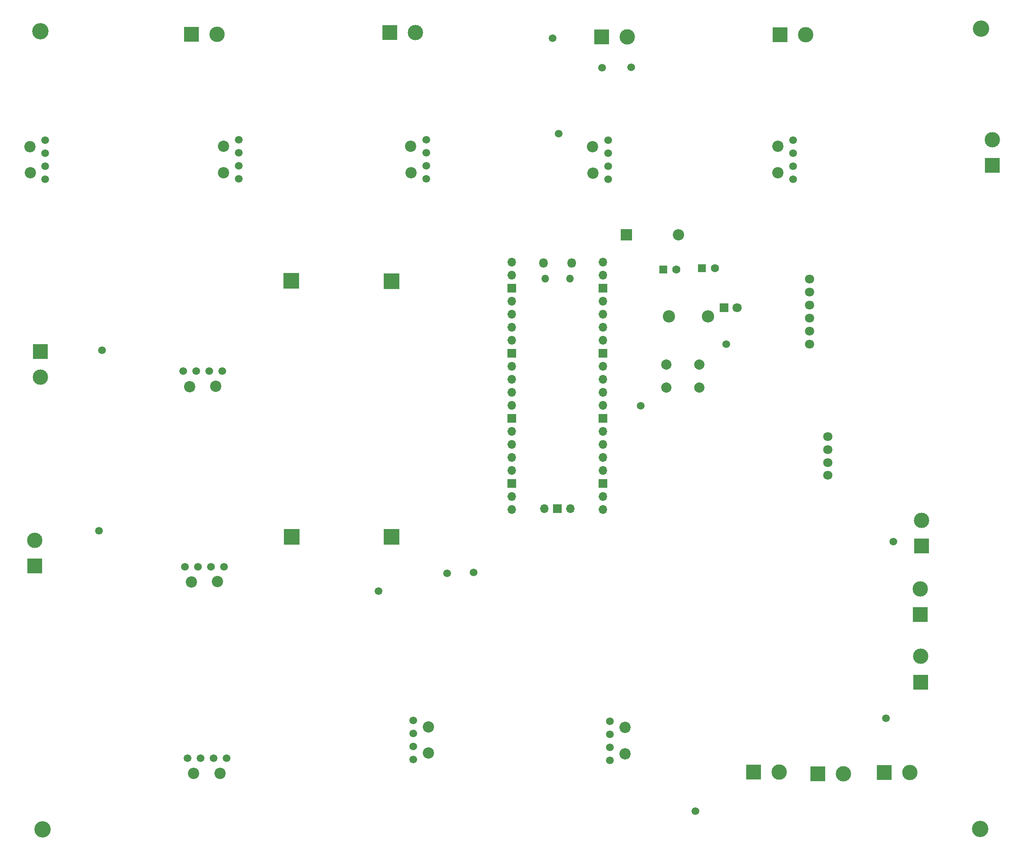
<source format=gbr>
%TF.GenerationSoftware,KiCad,Pcbnew,7.0.11+dfsg-1build4*%
%TF.CreationDate,2025-03-10T12:51:52+05:30*%
%TF.ProjectId,incubator,696e6375-6261-4746-9f72-2e6b69636164,rev?*%
%TF.SameCoordinates,Original*%
%TF.FileFunction,Soldermask,Bot*%
%TF.FilePolarity,Negative*%
%FSLAX46Y46*%
G04 Gerber Fmt 4.6, Leading zero omitted, Abs format (unit mm)*
G04 Created by KiCad (PCBNEW 7.0.11+dfsg-1build4) date 2025-03-10 12:51:52*
%MOMM*%
%LPD*%
G01*
G04 APERTURE LIST*
%ADD10C,2.000000*%
%ADD11C,1.500000*%
%ADD12R,3.000000X3.000000*%
%ADD13C,3.000000*%
%ADD14C,3.200000*%
%ADD15O,1.800000X1.800000*%
%ADD16O,1.500000X1.500000*%
%ADD17O,1.700000X1.700000*%
%ADD18R,1.700000X1.700000*%
%ADD19R,2.200000X2.200000*%
%ADD20O,2.200000X2.200000*%
%ADD21R,1.800000X1.800000*%
%ADD22C,1.800000*%
%ADD23C,2.400000*%
%ADD24O,2.400000X2.400000*%
%ADD25R,1.600000X1.600000*%
%ADD26C,1.600000*%
%ADD27R,3.140000X3.140000*%
%ADD28C,2.200000*%
G04 APERTURE END LIST*
D10*
%TO.C,SW1*%
X157825000Y-86800000D03*
X164325000Y-86800000D03*
X157825000Y-91300000D03*
X164325000Y-91300000D03*
%TD*%
D11*
%TO.C,TP13*%
X135700000Y-23150000D03*
%TD*%
D12*
%TO.C,J15*%
X174855000Y-166360000D03*
D13*
X179855000Y-166360000D03*
%TD*%
D11*
%TO.C,TP14*%
X150975000Y-28800000D03*
%TD*%
D12*
%TO.C,J22*%
X180000000Y-22450000D03*
D13*
X185000000Y-22450000D03*
%TD*%
D11*
%TO.C,TP7*%
X136850000Y-41775000D03*
%TD*%
D14*
%TO.C,H2*%
X35775000Y-21775000D03*
%TD*%
D11*
%TO.C,*%
X115130000Y-127550000D03*
%TD*%
D15*
%TO.C,U3*%
X133915000Y-67010000D03*
D16*
X134215000Y-70040000D03*
X139065000Y-70040000D03*
D15*
X139365000Y-67010000D03*
D17*
X127750000Y-66880000D03*
X127750000Y-69420000D03*
D18*
X127750000Y-71960000D03*
D17*
X127750000Y-74500000D03*
X127750000Y-77040000D03*
X127750000Y-79580000D03*
X127750000Y-82120000D03*
D18*
X127750000Y-84660000D03*
D17*
X127750000Y-87200000D03*
X127750000Y-89740000D03*
X127750000Y-92280000D03*
X127750000Y-94820000D03*
D18*
X127750000Y-97360000D03*
D17*
X127750000Y-99900000D03*
X127750000Y-102440000D03*
X127750000Y-104980000D03*
X127750000Y-107520000D03*
D18*
X127750000Y-110060000D03*
D17*
X127750000Y-112600000D03*
X127750000Y-115140000D03*
X145530000Y-115140000D03*
X145530000Y-112600000D03*
D18*
X145530000Y-110060000D03*
D17*
X145530000Y-107520000D03*
X145530000Y-104980000D03*
X145530000Y-102440000D03*
X145530000Y-99900000D03*
D18*
X145530000Y-97360000D03*
D17*
X145530000Y-94820000D03*
X145530000Y-92280000D03*
X145530000Y-89740000D03*
X145530000Y-87200000D03*
D18*
X145530000Y-84660000D03*
D17*
X145530000Y-82120000D03*
X145530000Y-79580000D03*
X145530000Y-77040000D03*
X145530000Y-74500000D03*
D18*
X145530000Y-71960000D03*
D17*
X145530000Y-69420000D03*
X145530000Y-66880000D03*
X134100000Y-114910000D03*
D18*
X136640000Y-114910000D03*
D17*
X139180000Y-114910000D03*
%TD*%
D19*
%TO.C,D2*%
X150091000Y-61523000D03*
D20*
X160251000Y-61523000D03*
%TD*%
D21*
%TO.C,D1*%
X169125000Y-75725000D03*
D22*
X171665000Y-75725000D03*
%TD*%
D23*
%TO.C,R1*%
X158381000Y-77393000D03*
D24*
X166001000Y-77393000D03*
%TD*%
D11*
%TO.C,TP5*%
X47800000Y-84025000D03*
%TD*%
%TO.C,scl*%
X120234000Y-127360000D03*
%TD*%
D14*
%TO.C,H1*%
X219225000Y-21275000D03*
%TD*%
D11*
%TO.C,TP11*%
X163525000Y-173900000D03*
%TD*%
D22*
%TO.C,U10*%
X185754000Y-70150000D03*
X185754000Y-72690000D03*
X185754000Y-75230000D03*
X185754000Y-77770000D03*
X185754000Y-80310000D03*
X185754000Y-82850000D03*
%TD*%
D25*
%TO.C,C3*%
X157300000Y-68300000D03*
D26*
X159800000Y-68300000D03*
%TD*%
D12*
%TO.C,J17*%
X207375000Y-135625000D03*
D13*
X207375000Y-130625000D03*
%TD*%
D27*
%TO.C,U2*%
X104239000Y-70525000D03*
X84719000Y-70495000D03*
X104229000Y-120445000D03*
X84769000Y-120405000D03*
%TD*%
D12*
%TO.C,J20*%
X35775000Y-84250000D03*
D13*
X35775000Y-89250000D03*
%TD*%
D11*
%TO.C,U13*%
X146840000Y-164010000D03*
D28*
X149820000Y-162780000D03*
D11*
X146840000Y-161470000D03*
X146840000Y-158930000D03*
D28*
X149790000Y-157640000D03*
D11*
X146840000Y-156390000D03*
%TD*%
%TO.C,U7*%
X36729000Y-43045500D03*
D28*
X33749000Y-44275500D03*
D11*
X36729000Y-45585500D03*
X36729000Y-48125500D03*
D28*
X33779000Y-49415500D03*
D11*
X36729000Y-50665500D03*
%TD*%
%TO.C,*%
X202100000Y-121325000D03*
%TD*%
%TO.C,U5*%
X111004000Y-42995500D03*
D28*
X108024000Y-44225500D03*
D11*
X111004000Y-45535500D03*
X111004000Y-48075500D03*
D28*
X108054000Y-49365500D03*
D11*
X111004000Y-50615500D03*
%TD*%
D12*
%TO.C,J2*%
X221400000Y-47975000D03*
D13*
X221400000Y-42975000D03*
%TD*%
D11*
%TO.C,U6*%
X146479000Y-43070500D03*
D28*
X143499000Y-44300500D03*
D11*
X146479000Y-45610500D03*
X146479000Y-48150500D03*
D28*
X143529000Y-49440500D03*
D11*
X146479000Y-50690500D03*
%TD*%
D12*
%TO.C,J13*%
X187375000Y-166700000D03*
D13*
X192375000Y-166700000D03*
%TD*%
D11*
%TO.C,U8*%
X74485000Y-42990000D03*
D28*
X71505000Y-44220000D03*
D11*
X74485000Y-45530000D03*
X74485000Y-48070000D03*
D28*
X71535000Y-49360000D03*
D11*
X74485000Y-50610000D03*
%TD*%
%TO.C,U12*%
X64463000Y-163595000D03*
D28*
X65693000Y-166575000D03*
D11*
X67003000Y-163595000D03*
X69543000Y-163595000D03*
D28*
X70833000Y-166545000D03*
D11*
X72083000Y-163595000D03*
%TD*%
%TO.C,TP6*%
X152875000Y-94900000D03*
%TD*%
D12*
%TO.C,J21*%
X145250000Y-22925000D03*
D13*
X150250000Y-22925000D03*
%TD*%
D11*
%TO.C,U9*%
X63638000Y-88120000D03*
D28*
X64868000Y-91100000D03*
D11*
X66178000Y-88120000D03*
X68718000Y-88120000D03*
D28*
X70008000Y-91070000D03*
D11*
X71258000Y-88120000D03*
%TD*%
D12*
%TO.C,J12*%
X207475000Y-148755000D03*
D13*
X207475000Y-143755000D03*
%TD*%
D11*
%TO.C,TP3*%
X169501000Y-82873000D03*
%TD*%
D12*
%TO.C,J16*%
X200355000Y-166410000D03*
D13*
X205355000Y-166410000D03*
%TD*%
D11*
%TO.C,TP9*%
X101750000Y-130975000D03*
%TD*%
D12*
%TO.C,J6*%
X207600000Y-122175000D03*
D13*
X207600000Y-117175000D03*
%TD*%
D11*
%TO.C,TP10*%
X200700000Y-155825000D03*
%TD*%
D12*
%TO.C,J1*%
X103950000Y-22050000D03*
D13*
X108950000Y-22050000D03*
%TD*%
D22*
%TO.C,U14*%
X189360000Y-100895000D03*
X189360000Y-103435000D03*
X189360000Y-105975000D03*
X189360000Y-108425000D03*
%TD*%
D11*
%TO.C,U11*%
X63963000Y-126245000D03*
D28*
X65193000Y-129225000D03*
D11*
X66503000Y-126245000D03*
X69043000Y-126245000D03*
D28*
X70333000Y-129195000D03*
D11*
X71583000Y-126245000D03*
%TD*%
%TO.C,TP8*%
X47200000Y-119250000D03*
%TD*%
D12*
%TO.C,J5*%
X34700000Y-126073000D03*
D13*
X34700000Y-121073000D03*
%TD*%
D11*
%TO.C,U4*%
X108515000Y-163860000D03*
D28*
X111495000Y-162630000D03*
D11*
X108515000Y-161320000D03*
X108515000Y-158780000D03*
D28*
X111465000Y-157490000D03*
D11*
X108515000Y-156240000D03*
%TD*%
D14*
%TO.C,H4*%
X36175000Y-177500000D03*
%TD*%
D11*
%TO.C,TP4*%
X145350000Y-28925000D03*
%TD*%
D25*
%TO.C,C1*%
X164825888Y-68023000D03*
D26*
X167325888Y-68023000D03*
%TD*%
D11*
%TO.C,U1*%
X182585000Y-43040000D03*
D28*
X179605000Y-44270000D03*
D11*
X182585000Y-45580000D03*
X182585000Y-48120000D03*
D28*
X179635000Y-49410000D03*
D11*
X182585000Y-50660000D03*
%TD*%
D12*
%TO.C,J3*%
X65250000Y-22425000D03*
D13*
X70250000Y-22425000D03*
%TD*%
D14*
%TO.C,H3*%
X219100000Y-177400000D03*
%TD*%
M02*

</source>
